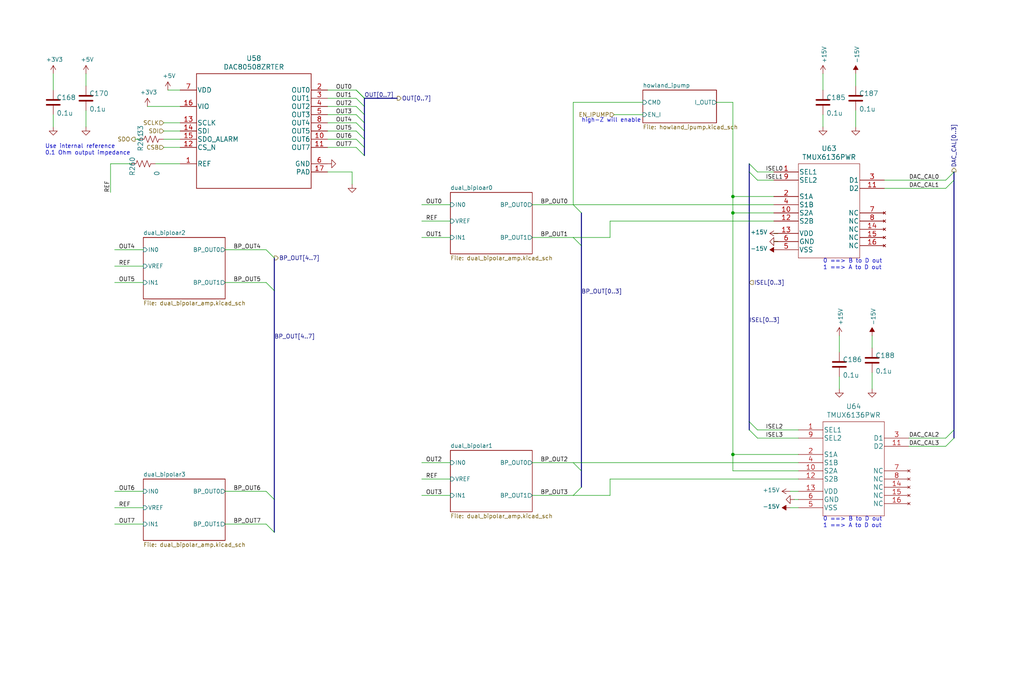
<source format=kicad_sch>
(kicad_sch (version 20211123) (generator eeschema)
  (paper "User" 317.627 210.007)
  (lib_symbols
    (symbol "Device:C" (pin_numbers hide) (pin_names (offset 0.254))
      (property "Reference" "C" (at 0.635 2.54 0))
      (property "Value" "C" (at 0.635 -2.54 0))
      (symbol "C_0_1"
        (polyline (pts (xy -2.032 -0.762) (xy 2.032 -0.762)) (stroke (width 0.508)))
        (polyline (pts (xy -2.032 0.762) (xy 2.032 0.762)) (stroke (width 0.508)))
      )
      (symbol "C_1_1"
        (pin passive line (at 0 3.81 270) (length 2.794) (name "~") (number "1"))
        (pin passive line (at 0 -3.81 90) (length 2.794) (name "~") (number "2"))
      )
    )
    (symbol "Device:R_US" (pin_numbers hide) (pin_names (offset 0))
      (property "Reference" "R" (at 2.54 0 90))
      (property "Value" "R_US" (at -2.54 0 90))
      (symbol "R_US_0_1"
        (polyline (pts (xy 0 -2.286) (xy 0 -2.54)))
        (polyline (pts (xy 0 2.286) (xy 0 2.54)))
        (polyline (pts (xy 0 -0.762) (xy 1.016 -1.143) (xy 0 -1.524) (xy -1.016 -1.905) (xy 0 -2.286)))
        (polyline (pts (xy 0 0.762) (xy 1.016 0.381) (xy 0 0) (xy -1.016 -0.381) (xy 0 -0.762)))
        (polyline (pts (xy 0 2.286) (xy 1.016 1.905) (xy 0 1.524) (xy -1.016 1.143) (xy 0 0.762)))
      )
      (symbol "R_US_1_1"
        (pin passive line (at 0 3.81 270) (length 1.27) (name "~") (number "1"))
        (pin passive line (at 0 -3.81 90) (length 1.27) (name "~") (number "2"))
      )
    )
    (symbol "covg-kicad:DAC80508ZRTER" (pin_names (offset 0.254))
      (property "Reference" "U" (at 0 2.54 0))
      (property "Value" "DAC80508ZRTER" (at 0 0 0))
      (symbol "DAC80508ZRTER_1_1"
        (polyline (pts (xy -17.78 -17.78) (xy 17.78 -17.78)) (stroke (width 0.2032)))
        (polyline (pts (xy -17.78 17.78) (xy -17.78 -17.78)) (stroke (width 0.2032)))
        (polyline (pts (xy 17.78 -17.78) (xy 17.78 17.78)) (stroke (width 0.2032)))
        (polyline (pts (xy 17.78 17.78) (xy -17.78 17.78)) (stroke (width 0.2032)))
        (pin bidirectional line (at -22.86 -10.16 0) (length 5.08) (name "REF") (number "1"))
        (pin output line (at 22.86 -2.54 180) (length 5.08) (name "OUT6") (number "10"))
        (pin output line (at 22.86 -5.08 180) (length 5.08) (name "OUT7") (number "11"))
        (pin input line (at -22.86 -5.08 0) (length 5.08) (name "CS_N") (number "12"))
        (pin input line (at -22.86 2.54 0) (length 5.08) (name "SCLK") (number "13"))
        (pin input line (at -22.86 0 0) (length 5.08) (name "SDI") (number "14"))
        (pin tri_state line (at -22.86 -2.54 0) (length 5.08) (name "SDO_ALARM") (number "15"))
        (pin power_in line (at -22.86 7.62 0) (length 5.08) (name "VIO") (number "16"))
        (pin power_in line (at 22.86 -12.7 180) (length 5.08) (name "PAD") (number "17"))
        (pin output line (at 22.86 12.7 180) (length 5.08) (name "OUT0") (number "2"))
        (pin output line (at 22.86 10.16 180) (length 5.08) (name "OUT1") (number "3"))
        (pin output line (at 22.86 7.62 180) (length 5.08) (name "OUT2") (number "4"))
        (pin output line (at 22.86 5.08 180) (length 5.08) (name "OUT3") (number "5"))
        (pin power_in line (at 22.86 -10.16 180) (length 5.08) (name "GND") (number "6"))
        (pin power_in line (at -22.86 12.7 0) (length 5.08) (name "VDD") (number "7"))
        (pin output line (at 22.86 2.54 180) (length 5.08) (name "OUT4") (number "8"))
        (pin output line (at 22.86 0 180) (length 5.08) (name "OUT5") (number "9"))
      )
    )
    (symbol "covg-kicad:TMUX6136PWR" (pin_names (offset 0.254))
      (property "Reference" "U" (at 17.78 7.62 0))
      (property "Value" "TMUX6136PWR" (at 16.51 5.08 0))
      (symbol "TMUX6136PWR_1_1"
        (polyline (pts (xy 7.62 -26.67) (xy 26.67 -26.67)) (stroke (width 0.127)))
        (polyline (pts (xy 7.62 2.54) (xy 7.62 -26.67)) (stroke (width 0.127)))
        (polyline (pts (xy 26.67 -26.67) (xy 26.67 2.54)) (stroke (width 0.127)))
        (polyline (pts (xy 26.67 2.54) (xy 20.32 2.54) (xy 7.62 2.54)) (stroke (width 0.127)))
        (pin input line (at 0 0 0) (length 7.62) (name "SEL1") (number "1"))
        (pin bidirectional line (at 0 -12.7 0) (length 7.62) (name "S2A") (number "10"))
        (pin bidirectional line (at 34.29 -5.08 180) (length 7.62) (name "D2") (number "11"))
        (pin bidirectional line (at 0 -15.24 0) (length 7.62) (name "S2B") (number "12"))
        (pin power_in line (at 0 -19.05 0) (length 7.62) (name "VDD") (number "13"))
        (pin no_connect line (at 34.29 -17.78 180) (length 7.62) (name "NC") (number "14"))
        (pin no_connect line (at 34.29 -20.32 180) (length 7.62) (name "NC") (number "15"))
        (pin no_connect line (at 34.29 -22.86 180) (length 7.62) (name "NC") (number "16"))
        (pin bidirectional line (at 0 -7.62 0) (length 7.62) (name "S1A") (number "2"))
        (pin bidirectional line (at 34.29 -2.54 180) (length 7.62) (name "D1") (number "3"))
        (pin bidirectional line (at 0 -10.16 0) (length 7.62) (name "S1B") (number "4"))
        (pin power_in line (at 0 -24.13 0) (length 7.62) (name "VSS") (number "5"))
        (pin power_in line (at 0 -21.59 0) (length 7.62) (name "GND") (number "6"))
        (pin no_connect line (at 34.29 -12.7 180) (length 7.62) (name "NC") (number "7"))
        (pin no_connect line (at 34.29 -15.24 180) (length 7.62) (name "NC") (number "8"))
        (pin input line (at 0 -2.54 0) (length 7.62) (name "SEL2") (number "9"))
      )
    )
    (symbol "power:+15V" (power) (pin_names (offset 0))
      (property "Value" "+15V" (at 0 3.556 0))
      (symbol "+15V_0_1"
        (polyline (pts (xy -0.762 1.27) (xy 0 2.54)))
        (polyline (pts (xy 0 0) (xy 0 2.54)))
        (polyline (pts (xy 0 2.54) (xy 0.762 1.27)))
      )
      (symbol "+15V_1_1"
        (pin power_in line (at 0 0 90) (length 0) hide (name "+15V") (number "1"))
      )
    )
    (symbol "power:+3V3" (power) (pin_names (offset 0))
      (property "Value" "+3V3" (at 0 3.556 0))
      (symbol "+3V3_0_1"
        (polyline (pts (xy -0.762 1.27) (xy 0 2.54)))
        (polyline (pts (xy 0 0) (xy 0 2.54)))
        (polyline (pts (xy 0 2.54) (xy 0.762 1.27)))
      )
      (symbol "+3V3_1_1"
        (pin power_in line (at 0 0 90) (length 0) hide (name "+3V3") (number "1"))
      )
    )
    (symbol "power:+5V" (power) (pin_names (offset 0))
      (property "Value" "+5V" (at 0 3.556 0))
      (symbol "+5V_0_1"
        (polyline (pts (xy -0.762 1.27) (xy 0 2.54)))
        (polyline (pts (xy 0 0) (xy 0 2.54)))
        (polyline (pts (xy 0 2.54) (xy 0.762 1.27)))
      )
      (symbol "+5V_1_1"
        (pin power_in line (at 0 0 90) (length 0) hide (name "+5V") (number "1"))
      )
    )
    (symbol "power:-15V" (power) (pin_names (offset 0))
      (property "Value" "-15V" (at 0 3.81 0))
      (symbol "-15V_0_0"
        (pin power_in line (at 0 0 90) (length 0) hide (name "-15V") (number "1"))
      )
      (symbol "-15V_0_1"
        (polyline (pts (xy 0 0) (xy 0 1.27) (xy 0.762 1.27) (xy 0 2.54) (xy -0.762 1.27) (xy 0 1.27)) (fill (type outline)))
      )
    )
    (symbol "power:GND" (power) (pin_names (offset 0))
      (property "Value" "GND" (at 0 -3.81 0))
      (symbol "GND_0_1"
        (polyline (pts (xy 0 0) (xy 0 -1.27) (xy 1.27 -1.27) (xy 0 -2.54) (xy -1.27 -1.27) (xy 0 -1.27)))
      )
      (symbol "GND_1_1"
        (pin power_in line (at 0 0 270) (length 0) hide (name "GND") (number "1"))
      )
    )
  )
  (junction (at 227.33 140.97))
  (junction (at 227.33 66.04))
  (junction (at 227.33 60.96))
  (bus_entry (at 177.8 143.51) (size 2.54 2.54))
  (bus_entry (at 232.41 53.34) (size 2.54 2.54))
  (bus_entry (at 110.49 40.64) (size 2.54 2.54))
  (bus_entry (at 295.91 135.89) (size -2.54 2.54))
  (bus_entry (at 110.49 35.56) (size 2.54 2.54))
  (bus_entry (at 293.37 55.88) (size 2.54 -2.54))
  (bus_entry (at 232.41 133.35) (size 2.54 2.54))
  (bus_entry (at 110.49 45.72) (size 2.54 2.54))
  (bus_entry (at 110.49 30.48) (size 2.54 2.54))
  (bus_entry (at 110.49 33.02) (size 2.54 2.54))
  (bus_entry (at 293.37 58.42) (size 2.54 -2.54))
  (bus_entry (at 110.49 43.18) (size 2.54 2.54))
  (bus_entry (at 177.8 63.5) (size 2.54 2.54))
  (bus_entry (at 110.49 38.1) (size 2.54 2.54))
  (bus_entry (at 82.55 152.4) (size 2.54 2.54))
  (bus_entry (at 177.8 73.66) (size 2.54 2.54))
  (bus_entry (at 82.55 77.47) (size 2.54 2.54))
  (bus_entry (at 110.49 27.94) (size 2.54 2.54))
  (bus_entry (at 293.37 135.89) (size 2.54 -2.54))
  (bus_entry (at 82.55 162.56) (size 2.54 2.54))
  (bus_entry (at 110.49 27.94) (size 2.54 2.54))
  (bus_entry (at 232.41 50.8) (size 2.54 2.54))
  (bus_entry (at 177.8 153.67) (size 2.54 -2.54))
  (bus_entry (at 82.55 87.63) (size 2.54 2.54))
  (bus_entry (at 232.41 130.81) (size 2.54 2.54))
  (wire (pts (xy 165.1 73.66) (xy 177.8 73.66)))
  (wire (pts (xy 177.8 31.75) (xy 177.8 63.5)))
  (wire (pts (xy 241.3 77.47) (xy 240.03 77.47)))
  (bus (pts (xy 180.34 66.04) (xy 180.34 76.2)))
  (wire (pts (xy 69.85 87.63) (xy 82.55 87.63)))
  (wire (pts (xy 139.7 153.67) (xy 130.81 153.67)))
  (bus (pts (xy 113.03 30.48) (xy 113.03 33.02)))
  (wire (pts (xy 44.45 162.56) (xy 35.56 162.56)))
  (wire (pts (xy 44.45 87.63) (xy 35.56 87.63)))
  (wire (pts (xy 48.26 50.8) (xy 55.88 50.8)))
  (wire (pts (xy 69.85 162.56) (xy 82.55 162.56)))
  (bus (pts (xy 295.91 133.35) (xy 295.91 135.89)))
  (wire (pts (xy 177.8 73.66) (xy 189.23 73.66)))
  (wire (pts (xy 101.6 35.56) (xy 110.49 35.56)))
  (wire (pts (xy 281.94 135.89) (xy 293.37 135.89)))
  (wire (pts (xy 227.33 60.96) (xy 240.03 60.96)))
  (wire (pts (xy 101.6 40.64) (xy 110.49 40.64)))
  (wire (pts (xy 190.5 35.56) (xy 199.39 35.56)))
  (wire (pts (xy 35.56 77.47) (xy 44.45 77.47)))
  (wire (pts (xy 52.07 27.94) (xy 55.88 27.94)))
  (bus (pts (xy 85.09 90.17) (xy 85.09 154.94)))
  (wire (pts (xy 177.8 63.5) (xy 240.03 63.5)))
  (wire (pts (xy 165.1 63.5) (xy 177.8 63.5)))
  (bus (pts (xy 113.03 45.72) (xy 113.03 48.26)))
  (wire (pts (xy 35.56 152.4) (xy 44.45 152.4)))
  (wire (pts (xy 69.85 77.47) (xy 82.55 77.47)))
  (wire (pts (xy 101.6 27.94) (xy 110.49 27.94)))
  (wire (pts (xy 189.23 73.66) (xy 189.23 68.58)))
  (bus (pts (xy 113.03 30.48) (xy 123.19 30.48)))
  (wire (pts (xy 227.33 66.04) (xy 227.33 140.97)))
  (wire (pts (xy 270.51 115.57) (xy 270.51 120.65)))
  (wire (pts (xy 240.03 55.88) (xy 234.95 55.88)))
  (bus (pts (xy 113.03 35.56) (xy 113.03 38.1)))
  (wire (pts (xy 139.7 73.66) (xy 130.81 73.66)))
  (wire (pts (xy 247.65 135.89) (xy 234.95 135.89)))
  (wire (pts (xy 241.3 74.93) (xy 240.03 74.93)))
  (wire (pts (xy 177.8 31.75) (xy 199.39 31.75)))
  (wire (pts (xy 55.88 43.18) (xy 50.8 43.18)))
  (wire (pts (xy 16.51 39.37) (xy 16.51 35.56)))
  (wire (pts (xy 34.29 50.8) (xy 40.64 50.8)))
  (wire (pts (xy 139.7 68.58) (xy 130.81 68.58)))
  (bus (pts (xy 232.41 53.34) (xy 232.41 130.81)))
  (wire (pts (xy 139.7 148.59) (xy 130.81 148.59)))
  (wire (pts (xy 130.81 63.5) (xy 139.7 63.5)))
  (wire (pts (xy 189.23 148.59) (xy 247.65 148.59)))
  (wire (pts (xy 16.51 22.86) (xy 16.51 27.94)))
  (wire (pts (xy 247.65 133.35) (xy 234.95 133.35)))
  (wire (pts (xy 44.45 82.55) (xy 35.56 82.55)))
  (wire (pts (xy 240.03 68.58) (xy 189.23 68.58)))
  (wire (pts (xy 50.8 45.72) (xy 55.88 45.72)))
  (wire (pts (xy 245.11 152.4) (xy 247.65 152.4)))
  (wire (pts (xy 222.25 31.75) (xy 227.33 31.75)))
  (wire (pts (xy 265.43 22.86) (xy 265.43 26.67)))
  (wire (pts (xy 189.23 153.67) (xy 189.23 148.59)))
  (wire (pts (xy 44.45 157.48) (xy 35.56 157.48)))
  (wire (pts (xy 260.35 104.14) (xy 260.35 109.22)))
  (wire (pts (xy 109.22 53.34) (xy 109.22 57.15)))
  (wire (pts (xy 101.6 33.02) (xy 110.49 33.02)))
  (bus (pts (xy 232.41 130.81) (xy 232.41 133.35)))
  (wire (pts (xy 246.38 154.94) (xy 247.65 154.94)))
  (wire (pts (xy 177.8 143.51) (xy 247.65 143.51)))
  (wire (pts (xy 265.43 34.29) (xy 265.43 39.37)))
  (wire (pts (xy 165.1 153.67) (xy 177.8 153.67)))
  (bus (pts (xy 295.91 55.88) (xy 295.91 133.35)))
  (wire (pts (xy 274.32 55.88) (xy 293.37 55.88)))
  (wire (pts (xy 227.33 66.04) (xy 240.03 66.04)))
  (wire (pts (xy 101.6 45.72) (xy 110.49 45.72)))
  (wire (pts (xy 26.67 34.29) (xy 26.67 39.37)))
  (wire (pts (xy 101.6 43.18) (xy 110.49 43.18)))
  (wire (pts (xy 281.94 138.43) (xy 293.37 138.43)))
  (wire (pts (xy 255.27 39.37) (xy 255.27 35.56)))
  (wire (pts (xy 69.85 152.4) (xy 82.55 152.4)))
  (wire (pts (xy 227.33 146.05) (xy 247.65 146.05)))
  (wire (pts (xy 260.35 120.65) (xy 260.35 116.84)))
  (wire (pts (xy 101.6 30.48) (xy 110.49 30.48)))
  (wire (pts (xy 101.6 53.34) (xy 109.22 53.34)))
  (wire (pts (xy 55.88 38.1) (xy 50.8 38.1)))
  (wire (pts (xy 270.51 104.14) (xy 270.51 107.95)))
  (wire (pts (xy 227.33 140.97) (xy 227.33 146.05)))
  (bus (pts (xy 295.91 53.34) (xy 295.91 55.88)))
  (wire (pts (xy 245.11 157.48) (xy 247.65 157.48)))
  (wire (pts (xy 101.6 38.1) (xy 110.49 38.1)))
  (wire (pts (xy 241.3 72.39) (xy 240.03 72.39)))
  (bus (pts (xy 113.03 38.1) (xy 113.03 40.64)))
  (wire (pts (xy 274.32 58.42) (xy 293.37 58.42)))
  (bus (pts (xy 85.09 80.01) (xy 85.09 90.17)))
  (wire (pts (xy 26.67 22.86) (xy 26.67 26.67)))
  (bus (pts (xy 180.34 146.05) (xy 180.34 151.13)))
  (wire (pts (xy 177.8 153.67) (xy 189.23 153.67)))
  (bus (pts (xy 113.03 40.64) (xy 113.03 43.18)))
  (wire (pts (xy 45.72 33.02) (xy 55.88 33.02)))
  (wire (pts (xy 55.88 40.64) (xy 50.8 40.64)))
  (wire (pts (xy 240.03 53.34) (xy 234.95 53.34)))
  (wire (pts (xy 227.33 31.75) (xy 227.33 60.96)))
  (wire (pts (xy 43.18 43.18) (xy 41.91 43.18)))
  (bus (pts (xy 113.03 43.18) (xy 113.03 45.72)))
  (bus (pts (xy 232.41 50.8) (xy 232.41 53.34)))
  (wire (pts (xy 227.33 60.96) (xy 227.33 66.04)))
  (bus (pts (xy 113.03 33.02) (xy 113.03 35.56)))
  (bus (pts (xy 180.34 76.2) (xy 180.34 146.05)))
  (wire (pts (xy 34.29 59.69) (xy 34.29 50.8)))
  (wire (pts (xy 130.81 143.51) (xy 139.7 143.51)))
  (wire (pts (xy 227.33 140.97) (xy 247.65 140.97)))
  (bus (pts (xy 85.09 154.94) (xy 85.09 165.1)))
  (wire (pts (xy 165.1 143.51) (xy 177.8 143.51)))
  (wire (pts (xy 255.27 22.86) (xy 255.27 27.94)))
  (text "high-Z will enable" (at 180.34 38.1 0) (effects (font (size 1.27 1.27)) (justify left bottom)))
  (text "0 ==> B to D out\n1 ==> A to D out" (at 255.27 163.83 0) (effects (font (size 1.27 1.27)) (justify left bottom)))
  (text "0 ==> B to D out\n1 ==> A to D out" (at 255.27 83.82 0) (effects (font (size 1.27 1.27)) (justify left bottom)))
  (text "Use internal reference \n 0.1 Ohm output impedance" (at 13.97 48.26 0) (effects (font (size 1.27 1.27)) (justify left bottom)))
  (label "OUT2" (at 104.14 33.02 0))
  (label "ISEL0" (at 237.49 53.34 0))
  (label "OUT3" (at 132.08 153.67 0))
  (label "OUT0" (at 132.08 63.5 0))
  (label "OUT6" (at 36.83 152.4 0))
  (label "OUT4" (at 36.83 77.47 0))
  (label "DAC_CAL2" (at 281.94 135.89 0))
  (label "ISEL3" (at 237.49 135.89 0))
  (label "OUT[0..7]" (at 113.03 30.48 0))
  (label "ISEL2" (at 237.49 133.35 0))
  (label "ISEL[0..3]" (at 232.41 100.33 0))
  (label "OUT5" (at 36.83 87.63 0))
  (label "OUT5" (at 104.14 40.64 0))
  (label "BP_OUT4" (at 72.39 77.47 0))
  (label "DAC_CAL3" (at 281.94 138.43 0))
  (label "BP_OUT0" (at 167.64 63.5 0))
  (label "BP_OUT3" (at 167.64 153.67 0))
  (label "REF" (at 132.08 68.58 0))
  (label "REF" (at 36.83 82.55 0))
  (label "OUT1" (at 104.14 30.48 0))
  (label "BP_OUT2" (at 167.64 143.51 0))
  (label "BP_OUT1" (at 167.64 73.66 0))
  (label "DAC_CAL0" (at 281.94 55.88 0))
  (label "REF" (at 132.08 148.59 0))
  (label "ISEL1" (at 237.49 55.88 0))
  (label "OUT3" (at 104.14 35.56 0))
  (label "OUT7" (at 104.14 45.72 0))
  (label "OUT0" (at 104.14 27.94 0))
  (label "OUT1" (at 132.08 73.66 0))
  (label "BP_OUT6" (at 72.39 152.4 0))
  (label "OUT7" (at 36.83 162.56 0))
  (label "BP_OUT[4..7]" (at 85.09 105.41 0))
  (label "BP_OUT7" (at 72.39 162.56 0))
  (label "REF" (at 36.83 157.48 0))
  (label "OUT2" (at 132.08 143.51 0))
  (label "BP_OUT[0..3]" (at 180.34 91.44 0))
  (label "BP_OUT5" (at 72.39 87.63 0))
  (label "REF" (at 34.29 59.69 90))
  (label "OUT4" (at 104.14 38.1 0))
  (label "DAC_CAL1" (at 281.94 58.42 0))
  (label "OUT6" (at 104.14 43.18 0))
  (hierarchical_label "CSB" (shape input) (at 50.8 45.72 180))
  (hierarchical_label "SDI" (shape input) (at 50.8 40.64 180))
  (hierarchical_label "SDO" (shape output) (at 41.91 43.18 180))
  (hierarchical_label "EN_IPUMP" (shape input) (at 190.5 35.56 180))
  (hierarchical_label "DAC_CAL[0..3]" (shape output) (at 295.91 53.34 90))
  (hierarchical_label "SCLK" (shape input) (at 50.8 38.1 180))
  (hierarchical_label "ISEL[0..3]" (shape input) (at 232.41 87.63 0))
  (hierarchical_label "BP_OUT[4..7]" (shape output) (at 85.09 80.01 0))
  (hierarchical_label "OUT[0..7]" (shape output) (at 123.19 30.48 0))
  (symbol (lib_id "power:GND") (at 26.67 39.37 0) (unit 1)
    (property "Reference" "#GND0246" (effects hide))
    (property "Value" "GND" (effects hide))
  )
  (symbol (lib_id "Device:C") (at 26.67 30.48 0) (unit 1)
    (property "Reference" "C170" (at 27.686 29.845 0) (effects (font (size 1.4986 1.4986)) (justify left bottom)))
    (property "Value" "0.1u" (at 27.686 34.671 0) (effects (font (size 1.4986 1.4986)) (justify left bottom)))
    (property "Footprint" "Capacitor_SMD:C_0603_1608Metric" (effects hide))
    (property "Manf#" "CL10B104KA8NFNC" (effects hide))
    (property "Manufacturer_Name" "Samsung" (effects hide))
    (property "Tolerance" "10%" (effects hide))
    (property "voltage" "25" (effects hide))
  )
  (symbol (lib_id "covg-kicad:DAC80508ZRTER") (at 78.74 40.64 0) (unit 1)
    (property "Reference" "U58" (at 78.74 18.0848 0) (effects (font (size 1.524 1.524))))
    (property "Value" "DAC80508ZRTER" (at 78.74 20.7772 0) (effects (font (size 1.524 1.524))))
    (property "Footprint" "Package_DFN_QFN:WQFN-16-1EP_3x3mm_P0.5mm_EP1.6x1.6mm" (effects hide))
    (property "Alternate" "DAC80508MCRTET" (effects hide))
    (property "Manf#" "DAC80508ZCRTET" (effects hide))
  )
  (symbol (lib_id "power:+3V3") (at 45.72 33.02 0) (unit 1)
    (property "Reference" "#PWR0234" (effects hide))
    (property "Value" "+3V3" (at 46.101 28.6258 0))
  )
  (symbol (lib_id "power:+5V") (at 52.07 27.94 0) (unit 1)
    (property "Reference" "#PWR0237" (effects hide))
    (property "Value" "+5V" (at 52.451 23.5458 0))
  )
  (symbol (lib_id "power:GND") (at 101.6 50.8 90) (unit 1)
    (property "Reference" "#GND0254" (effects hide))
    (property "Value" "GND" (effects hide))
  )
  (symbol (lib_id "Device:R_US") (at 44.45 50.8 90) (unit 1)
    (property "Reference" "R260" (at 41.91 54.61 0) (effects (font (size 1.4986 1.4986)) (justify left bottom)))
    (property "Value" "0" (at 49.53 54.61 0) (effects (font (size 1.4986 1.4986)) (justify left bottom)))
    (property "Footprint" "Resistor_SMD:R_0603_1608Metric" (effects hide))
    (property "Manf#" "RC0603FR-070RL" (effects hide))
    (property "Power" "0.1W" (effects hide))
  )
  (symbol (lib_id "covg-kicad:TMUX6136PWR") (at 240.03 53.34 0) (unit 1)
    (property "Reference" "U63" (at 257.175 46.0502 0) (effects (font (size 1.524 1.524))))
    (property "Value" "TMUX6136PWR" (at 257.175 48.7426 0) (effects (font (size 1.524 1.524))))
    (property "Footprint" "Package_SO:TSSOP-16_4.4x5mm_P0.65mm" (effects hide))
    (property "Manf#" "TMUX6136PWR" (effects hide))
  )
  (symbol (lib_id "power:+15V") (at 241.3 72.39 90) (unit 1)
    (property "Reference" "#PWR0248" (effects hide))
    (property "Value" "+15V" (at 238.0488 72.009 90) (effects (justify left)))
  )
  (symbol (lib_id "power:-15V") (at 241.3 77.47 90) (unit 1)
    (property "Reference" "#PWR0249" (effects hide))
    (property "Value" "-15V" (at 238.0488 77.089 90) (effects (justify left)))
  )
  (symbol (lib_id "power:GND") (at 241.3 74.93 270) (unit 1)
    (property "Reference" "#GND0264" (effects hide))
    (property "Value" "GND" (effects hide))
  )
  (symbol (lib_id "covg-kicad:TMUX6136PWR") (at 247.65 133.35 0) (unit 1)
    (property "Reference" "U64" (at 264.795 126.0602 0) (effects (font (size 1.524 1.524))))
    (property "Value" "TMUX6136PWR" (at 264.795 128.7526 0) (effects (font (size 1.524 1.524))))
    (property "Footprint" "Package_SO:TSSOP-16_4.4x5mm_P0.65mm" (effects hide))
    (property "Manf#" "TMUX6136PWR" (effects hide))
  )
  (symbol (lib_id "power:+15V") (at 245.11 152.4 90) (unit 1)
    (property "Reference" "#PWR0250" (effects hide))
    (property "Value" "+15V" (at 241.8588 152.019 90) (effects (justify left)))
  )
  (symbol (lib_id "power:-15V") (at 245.11 157.48 90) (unit 1)
    (property "Reference" "#PWR0251" (effects hide))
    (property "Value" "-15V" (at 241.8588 157.099 90) (effects (justify left)))
  )
  (symbol (lib_id "power:GND") (at 246.38 154.94 270) (unit 1)
    (property "Reference" "#GND0265" (effects hide))
    (property "Value" "GND" (effects hide))
  )
  (symbol (lib_id "Device:C") (at 260.35 113.03 0) (unit 1)
    (property "Reference" "C186" (at 261.366 112.395 0) (effects (font (size 1.4986 1.4986)) (justify left bottom)))
    (property "Value" "0.1u" (at 261.366 117.221 0) (effects (font (size 1.4986 1.4986)) (justify left bottom)))
    (property "Footprint" "Capacitor_SMD:C_0603_1608Metric" (effects hide))
    (property "Manf#" "CL10B104KA8NFNC" (effects hide))
    (property "Manufacturer_Name" "Samsung" (effects hide))
    (property "Tolerance" "10%" (effects hide))
    (property "voltage" "25" (effects hide))
  )
  (symbol (lib_id "Device:C") (at 270.51 111.76 0) (unit 1)
    (property "Reference" "C188" (at 271.526 111.125 0) (effects (font (size 1.4986 1.4986)) (justify left bottom)))
    (property "Value" "0.1u" (at 271.526 115.951 0) (effects (font (size 1.4986 1.4986)) (justify left bottom)))
    (property "Footprint" "Capacitor_SMD:C_0603_1608Metric" (effects hide))
    (property "Manf#" "CL10B104KA8NFNC" (effects hide))
    (property "Manufacturer_Name" "Samsung" (effects hide))
    (property "Tolerance" "10%" (effects hide))
    (property "voltage" "25" (effects hide))
  )
  (symbol (lib_id "power:GND") (at 260.35 120.65 0) (unit 1)
    (property "Reference" "#GND0286" (effects hide))
    (property "Value" "GND" (effects hide))
  )
  (symbol (lib_id "power:GND") (at 270.51 120.65 0) (unit 1)
    (property "Reference" "#GND0287" (effects hide))
    (property "Value" "GND" (effects hide))
  )
  (symbol (lib_id "Device:C") (at 255.27 31.75 0) (unit 1)
    (property "Reference" "C185" (at 256.286 31.115 0) (effects (font (size 1.4986 1.4986)) (justify left bottom)))
    (property "Value" "0.1u" (at 256.286 35.941 0) (effects (font (size 1.4986 1.4986)) (justify left bottom)))
    (property "Footprint" "Capacitor_SMD:C_0603_1608Metric" (effects hide))
    (property "Manf#" "CL10B104KA8NFNC" (effects hide))
    (property "Manufacturer_Name" "Samsung" (effects hide))
    (property "Tolerance" "10%" (effects hide))
    (property "voltage" "25" (effects hide))
  )
  (symbol (lib_id "Device:C") (at 265.43 30.48 0) (unit 1)
    (property "Reference" "C187" (at 266.446 29.845 0) (effects (font (size 1.4986 1.4986)) (justify left bottom)))
    (property "Value" "0.1u" (at 266.446 34.671 0) (effects (font (size 1.4986 1.4986)) (justify left bottom)))
    (property "Footprint" "Capacitor_SMD:C_0603_1608Metric" (effects hide))
    (property "Manf#" "CL10B104KA8NFNC" (effects hide))
    (property "Manufacturer_Name" "Samsung" (effects hide))
    (property "Tolerance" "10%" (effects hide))
    (property "voltage" "25" (effects hide))
  )
  (symbol (lib_id "power:GND") (at 255.27 39.37 0) (unit 1)
    (property "Reference" "#GND0288" (effects hide))
    (property "Value" "GND" (effects hide))
  )
  (symbol (lib_id "power:GND") (at 265.43 39.37 0) (unit 1)
    (property "Reference" "#GND0289" (effects hide))
    (property "Value" "GND" (effects hide))
  )
  (symbol (lib_id "power:-15V") (at 270.51 104.14 0) (unit 1)
    (property "Reference" "#PWR0281" (effects hide))
    (property "Value" "-15V" (at 270.891 100.8888 90) (effects (justify left)))
  )
  (symbol (lib_id "power:+15V") (at 260.35 104.14 0) (unit 1)
    (property "Reference" "#PWR0282" (effects hide))
    (property "Value" "+15V" (at 260.731 100.8888 90) (effects (justify left)))
  )
  (symbol (lib_id "power:+15V") (at 255.27 22.86 0) (unit 1)
    (property "Reference" "#PWR0283" (effects hide))
    (property "Value" "+15V" (at 255.651 19.6088 90) (effects (justify left)))
  )
  (symbol (lib_id "power:-15V") (at 265.43 22.86 0) (unit 1)
    (property "Reference" "#PWR0284" (effects hide))
    (property "Value" "-15V" (at 265.811 19.6088 90) (effects (justify left)))
  )
  (symbol (lib_id "Device:R_US") (at 46.99 43.18 90) (unit 1)
    (property "Reference" "R261" (at 44.45 46.99 0) (effects (font (size 1.4986 1.4986)) (justify left bottom)))
    (property "Value" "33" (at 44.45 41.91 0) (effects (font (size 1.4986 1.4986)) (justify left bottom)))
    (property "Footprint" "Resistor_SMD:R_0603_1608Metric" (effects hide))
    (property "Manf#" "RC0603FR-0733RL" (effects hide))
    (property "Power" "0.1W" (effects hide))
    (property "Tolerance" "1%" (effects hide))
  )
  (symbol (lib_id "power:+5V") (at 26.67 22.86 0) (unit 1)
    (property "Reference" "#PWR0232" (effects hide))
    (property "Value" "+5V" (at 27.051 18.4658 0))
  )
  (symbol (lib_id "power:+3V3") (at 16.51 22.86 0) (unit 1)
    (property "Reference" "#PWR0228" (effects hide))
    (property "Value" "+3V3" (at 16.891 18.4658 0))
  )
  (symbol (lib_id "Device:C") (at 16.51 31.75 0) (unit 1)
    (property "Reference" "C168" (at 17.526 31.115 0) (effects (font (size 1.4986 1.4986)) (justify left bottom)))
    (property "Value" "0.1u" (at 17.526 35.941 0) (effects (font (size 1.4986 1.4986)) (justify left bottom)))
    (property "Footprint" "Capacitor_SMD:C_0603_1608Metric" (effects hide))
    (property "Manf#" "CL10B104KA8NFNC" (effects hide))
    (property "Manufacturer_Name" "Samsung" (effects hide))
    (property "Tolerance" "10%" (effects hide))
    (property "voltage" "25" (effects hide))
  )
  (symbol (lib_id "power:GND") (at 109.22 57.15 0) (unit 1)
    (property "Reference" "#GND0255" (effects hide))
    (property "Value" "GND" (effects hide))
  )
  (symbol (lib_id "power:GND") (at 16.51 39.37 0) (unit 1)
    (property "Reference" "#GND0244" (effects hide))
    (property "Value" "GND" (effects hide))
  )
  (sheet (at 199.39 27.94) (size 22.86 10.16)
    (property "Sheet name" "howland_ipump" (at 199.39 27.2284 0) (effects (justify left bottom)))
    (property "Sheet file" "howland_ipump.kicad_sch" (at 199.39 38.6846 0) (effects (justify left top)))
    (pin "I_OUT" output (at 222.25 31.75 0))
    (pin "CMD" input (at 199.39 31.75 180))
    (pin "EN_I" input (at 199.39 35.56 180))
  )
  (sheet (at 139.7 139.7) (size 25.4 19.05)
    (property "Sheet name" "dual_bipolar1" (at 139.7 138.9884 0) (effects (justify left bottom)))
    (property "Sheet file" "dual_bipolar_amp.kicad_sch" (at 139.7 159.3346 0) (effects (justify left top)))
    (pin "VREF" input (at 139.7 148.59 180))
    (pin "IN0" input (at 139.7 143.51 180))
    (pin "IN1" input (at 139.7 153.67 180))
    (pin "BP_OUT0" output (at 165.1 143.51 0))
    (pin "BP_OUT1" output (at 165.1 153.67 0))
  )
  (sheet (at 44.45 73.66) (size 25.4 19.05)
    (property "Sheet name" "dual_biploar2" (at 44.45 72.9484 0) (effects (justify left bottom)))
    (property "Sheet file" "dual_bipolar_amp.kicad_sch" (at 44.45 93.2946 0) (effects (justify left top)))
    (pin "VREF" input (at 44.45 82.55 180))
    (pin "IN0" input (at 44.45 77.47 180))
    (pin "IN1" input (at 44.45 87.63 180))
    (pin "BP_OUT0" output (at 69.85 77.47 0))
    (pin "BP_OUT1" output (at 69.85 87.63 0))
  )
  (sheet (at 44.45 148.59) (size 25.4 19.05)
    (property "Sheet name" "dual_bipolar3" (at 44.45 147.8784 0) (effects (justify left bottom)))
    (property "Sheet file" "dual_bipolar_amp.kicad_sch" (at 44.45 168.2246 0) (effects (justify left top)))
    (pin "VREF" input (at 44.45 157.48 180))
    (pin "IN0" input (at 44.45 152.4 180))
    (pin "IN1" input (at 44.45 162.56 180))
    (pin "BP_OUT0" output (at 69.85 152.4 0))
    (pin "BP_OUT1" output (at 69.85 162.56 0))
  )
  (sheet (at 139.7 59.69) (size 25.4 19.05)
    (property "Sheet name" "dual_biploar0" (at 139.7 58.9784 0) (effects (justify left bottom)))
    (property "Sheet file" "dual_bipolar_amp.kicad_sch" (at 139.7 79.3246 0) (effects (justify left top)))
    (pin "VREF" input (at 139.7 68.58 180))
    (pin "IN0" input (at 139.7 63.5 180))
    (pin "IN1" input (at 139.7 73.66 180))
    (pin "BP_OUT0" output (at 165.1 63.5 0))
    (pin "BP_OUT1" output (at 165.1 73.66 0))
  )
)
</source>
